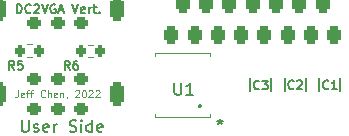
<source format=gbr>
G04 #@! TF.GenerationSoftware,KiCad,Pcbnew,(6.0.1-0)*
G04 #@! TF.CreationDate,2022-02-24T13:14:34-05:00*
G04 #@! TF.ProjectId,DC2VGA,44433256-4741-42e6-9b69-6361645f7063,1*
G04 #@! TF.SameCoordinates,Original*
G04 #@! TF.FileFunction,Legend,Top*
G04 #@! TF.FilePolarity,Positive*
%FSLAX46Y46*%
G04 Gerber Fmt 4.6, Leading zero omitted, Abs format (unit mm)*
G04 Created by KiCad (PCBNEW (6.0.1-0)) date 2022-02-24 13:14:34*
%MOMM*%
%LPD*%
G01*
G04 APERTURE LIST*
G04 Aperture macros list*
%AMRoundRect*
0 Rectangle with rounded corners*
0 $1 Rounding radius*
0 $2 $3 $4 $5 $6 $7 $8 $9 X,Y pos of 4 corners*
0 Add a 4 corners polygon primitive as box body*
4,1,4,$2,$3,$4,$5,$6,$7,$8,$9,$2,$3,0*
0 Add four circle primitives for the rounded corners*
1,1,$1+$1,$2,$3*
1,1,$1+$1,$4,$5*
1,1,$1+$1,$6,$7*
1,1,$1+$1,$8,$9*
0 Add four rect primitives between the rounded corners*
20,1,$1+$1,$2,$3,$4,$5,0*
20,1,$1+$1,$4,$5,$6,$7,0*
20,1,$1+$1,$6,$7,$8,$9,0*
20,1,$1+$1,$8,$9,$2,$3,0*%
G04 Aperture macros list end*
%ADD10C,0.150000*%
%ADD11C,0.125000*%
%ADD12C,0.187500*%
%ADD13C,0.127000*%
%ADD14C,0.120000*%
%ADD15C,0.300000*%
%ADD16C,0.100000*%
%ADD17R,1.820000X1.200000*%
%ADD18RoundRect,0.200000X0.200000X0.275000X-0.200000X0.275000X-0.200000X-0.275000X0.200000X-0.275000X0*%
%ADD19R,1.353299X0.354800*%
%ADD20RoundRect,0.262500X0.337500X0.262500X-0.337500X0.262500X-0.337500X-0.262500X0.337500X-0.262500X0*%
%ADD21RoundRect,0.312500X-0.312500X-0.687500X0.312500X-0.687500X0.312500X0.687500X-0.312500X0.687500X0*%
%ADD22R,1.524000X1.524000*%
%ADD23RoundRect,0.381000X0.381000X0.381000X-0.381000X0.381000X-0.381000X-0.381000X0.381000X-0.381000X0*%
%ADD24RoundRect,0.262500X-0.337500X-0.262500X0.337500X-0.262500X0.337500X0.262500X-0.337500X0.262500X0*%
%ADD25RoundRect,0.312500X0.312500X0.687500X-0.312500X0.687500X-0.312500X-0.687500X0.312500X-0.687500X0*%
%ADD26R,1.200000X1.524000*%
%ADD27RoundRect,0.300000X0.300000X0.462000X-0.300000X0.462000X-0.300000X-0.462000X0.300000X-0.462000X0*%
G04 APERTURE END LIST*
D10*
X126070238Y-107927380D02*
X126070238Y-108736904D01*
X126117857Y-108832142D01*
X126165476Y-108879761D01*
X126260714Y-108927380D01*
X126451190Y-108927380D01*
X126546428Y-108879761D01*
X126594047Y-108832142D01*
X126641666Y-108736904D01*
X126641666Y-107927380D01*
X127070238Y-108879761D02*
X127165476Y-108927380D01*
X127355952Y-108927380D01*
X127451190Y-108879761D01*
X127498809Y-108784523D01*
X127498809Y-108736904D01*
X127451190Y-108641666D01*
X127355952Y-108594047D01*
X127213095Y-108594047D01*
X127117857Y-108546428D01*
X127070238Y-108451190D01*
X127070238Y-108403571D01*
X127117857Y-108308333D01*
X127213095Y-108260714D01*
X127355952Y-108260714D01*
X127451190Y-108308333D01*
X128308333Y-108879761D02*
X128213095Y-108927380D01*
X128022619Y-108927380D01*
X127927380Y-108879761D01*
X127879761Y-108784523D01*
X127879761Y-108403571D01*
X127927380Y-108308333D01*
X128022619Y-108260714D01*
X128213095Y-108260714D01*
X128308333Y-108308333D01*
X128355952Y-108403571D01*
X128355952Y-108498809D01*
X127879761Y-108594047D01*
X128784523Y-108927380D02*
X128784523Y-108260714D01*
X128784523Y-108451190D02*
X128832142Y-108355952D01*
X128879761Y-108308333D01*
X128975000Y-108260714D01*
X129070238Y-108260714D01*
X130117857Y-108879761D02*
X130260714Y-108927380D01*
X130498809Y-108927380D01*
X130594047Y-108879761D01*
X130641666Y-108832142D01*
X130689285Y-108736904D01*
X130689285Y-108641666D01*
X130641666Y-108546428D01*
X130594047Y-108498809D01*
X130498809Y-108451190D01*
X130308333Y-108403571D01*
X130213095Y-108355952D01*
X130165476Y-108308333D01*
X130117857Y-108213095D01*
X130117857Y-108117857D01*
X130165476Y-108022619D01*
X130213095Y-107975000D01*
X130308333Y-107927380D01*
X130546428Y-107927380D01*
X130689285Y-107975000D01*
X131117857Y-108927380D02*
X131117857Y-108260714D01*
X131117857Y-107927380D02*
X131070238Y-107975000D01*
X131117857Y-108022619D01*
X131165476Y-107975000D01*
X131117857Y-107927380D01*
X131117857Y-108022619D01*
X132022619Y-108927380D02*
X132022619Y-107927380D01*
X132022619Y-108879761D02*
X131927380Y-108927380D01*
X131736904Y-108927380D01*
X131641666Y-108879761D01*
X131594047Y-108832142D01*
X131546428Y-108736904D01*
X131546428Y-108451190D01*
X131594047Y-108355952D01*
X131641666Y-108308333D01*
X131736904Y-108260714D01*
X131927380Y-108260714D01*
X132022619Y-108308333D01*
X132879761Y-108879761D02*
X132784523Y-108927380D01*
X132594047Y-108927380D01*
X132498809Y-108879761D01*
X132451190Y-108784523D01*
X132451190Y-108403571D01*
X132498809Y-108308333D01*
X132594047Y-108260714D01*
X132784523Y-108260714D01*
X132879761Y-108308333D01*
X132927380Y-108403571D01*
X132927380Y-108498809D01*
X132451190Y-108594047D01*
D11*
X125742857Y-105396428D02*
X125742857Y-105825000D01*
X125714285Y-105910714D01*
X125657142Y-105967857D01*
X125571428Y-105996428D01*
X125514285Y-105996428D01*
X126257142Y-105967857D02*
X126200000Y-105996428D01*
X126085714Y-105996428D01*
X126028571Y-105967857D01*
X126000000Y-105910714D01*
X126000000Y-105682142D01*
X126028571Y-105625000D01*
X126085714Y-105596428D01*
X126200000Y-105596428D01*
X126257142Y-105625000D01*
X126285714Y-105682142D01*
X126285714Y-105739285D01*
X126000000Y-105796428D01*
X126457142Y-105596428D02*
X126685714Y-105596428D01*
X126542857Y-105996428D02*
X126542857Y-105482142D01*
X126571428Y-105425000D01*
X126628571Y-105396428D01*
X126685714Y-105396428D01*
X126800000Y-105596428D02*
X127028571Y-105596428D01*
X126885714Y-105996428D02*
X126885714Y-105482142D01*
X126914285Y-105425000D01*
X126971428Y-105396428D01*
X127028571Y-105396428D01*
X128028571Y-105939285D02*
X128000000Y-105967857D01*
X127914285Y-105996428D01*
X127857142Y-105996428D01*
X127771428Y-105967857D01*
X127714285Y-105910714D01*
X127685714Y-105853571D01*
X127657142Y-105739285D01*
X127657142Y-105653571D01*
X127685714Y-105539285D01*
X127714285Y-105482142D01*
X127771428Y-105425000D01*
X127857142Y-105396428D01*
X127914285Y-105396428D01*
X128000000Y-105425000D01*
X128028571Y-105453571D01*
X128285714Y-105996428D02*
X128285714Y-105396428D01*
X128542857Y-105996428D02*
X128542857Y-105682142D01*
X128514285Y-105625000D01*
X128457142Y-105596428D01*
X128371428Y-105596428D01*
X128314285Y-105625000D01*
X128285714Y-105653571D01*
X129057142Y-105967857D02*
X129000000Y-105996428D01*
X128885714Y-105996428D01*
X128828571Y-105967857D01*
X128800000Y-105910714D01*
X128800000Y-105682142D01*
X128828571Y-105625000D01*
X128885714Y-105596428D01*
X129000000Y-105596428D01*
X129057142Y-105625000D01*
X129085714Y-105682142D01*
X129085714Y-105739285D01*
X128800000Y-105796428D01*
X129342857Y-105596428D02*
X129342857Y-105996428D01*
X129342857Y-105653571D02*
X129371428Y-105625000D01*
X129428571Y-105596428D01*
X129514285Y-105596428D01*
X129571428Y-105625000D01*
X129600000Y-105682142D01*
X129600000Y-105996428D01*
X129914285Y-105967857D02*
X129914285Y-105996428D01*
X129885714Y-106053571D01*
X129857142Y-106082142D01*
X130600000Y-105453571D02*
X130628571Y-105425000D01*
X130685714Y-105396428D01*
X130828571Y-105396428D01*
X130885714Y-105425000D01*
X130914285Y-105453571D01*
X130942857Y-105510714D01*
X130942857Y-105567857D01*
X130914285Y-105653571D01*
X130571428Y-105996428D01*
X130942857Y-105996428D01*
X131314285Y-105396428D02*
X131371428Y-105396428D01*
X131428571Y-105425000D01*
X131457142Y-105453571D01*
X131485714Y-105510714D01*
X131514285Y-105625000D01*
X131514285Y-105767857D01*
X131485714Y-105882142D01*
X131457142Y-105939285D01*
X131428571Y-105967857D01*
X131371428Y-105996428D01*
X131314285Y-105996428D01*
X131257142Y-105967857D01*
X131228571Y-105939285D01*
X131200000Y-105882142D01*
X131171428Y-105767857D01*
X131171428Y-105625000D01*
X131200000Y-105510714D01*
X131228571Y-105453571D01*
X131257142Y-105425000D01*
X131314285Y-105396428D01*
X131742857Y-105453571D02*
X131771428Y-105425000D01*
X131828571Y-105396428D01*
X131971428Y-105396428D01*
X132028571Y-105425000D01*
X132057142Y-105453571D01*
X132085714Y-105510714D01*
X132085714Y-105567857D01*
X132057142Y-105653571D01*
X131714285Y-105996428D01*
X132085714Y-105996428D01*
X132314285Y-105453571D02*
X132342857Y-105425000D01*
X132400000Y-105396428D01*
X132542857Y-105396428D01*
X132600000Y-105425000D01*
X132628571Y-105453571D01*
X132657142Y-105510714D01*
X132657142Y-105567857D01*
X132628571Y-105653571D01*
X132285714Y-105996428D01*
X132657142Y-105996428D01*
D12*
X125650000Y-98864285D02*
X125650000Y-98114285D01*
X125828571Y-98114285D01*
X125935714Y-98150000D01*
X126007142Y-98221428D01*
X126042857Y-98292857D01*
X126078571Y-98435714D01*
X126078571Y-98542857D01*
X126042857Y-98685714D01*
X126007142Y-98757142D01*
X125935714Y-98828571D01*
X125828571Y-98864285D01*
X125650000Y-98864285D01*
X126828571Y-98792857D02*
X126792857Y-98828571D01*
X126685714Y-98864285D01*
X126614285Y-98864285D01*
X126507142Y-98828571D01*
X126435714Y-98757142D01*
X126400000Y-98685714D01*
X126364285Y-98542857D01*
X126364285Y-98435714D01*
X126400000Y-98292857D01*
X126435714Y-98221428D01*
X126507142Y-98150000D01*
X126614285Y-98114285D01*
X126685714Y-98114285D01*
X126792857Y-98150000D01*
X126828571Y-98185714D01*
X127114285Y-98185714D02*
X127150000Y-98150000D01*
X127221428Y-98114285D01*
X127400000Y-98114285D01*
X127471428Y-98150000D01*
X127507142Y-98185714D01*
X127542857Y-98257142D01*
X127542857Y-98328571D01*
X127507142Y-98435714D01*
X127078571Y-98864285D01*
X127542857Y-98864285D01*
X127757142Y-98114285D02*
X128007142Y-98864285D01*
X128257142Y-98114285D01*
X128900000Y-98150000D02*
X128828571Y-98114285D01*
X128721428Y-98114285D01*
X128614285Y-98150000D01*
X128542857Y-98221428D01*
X128507142Y-98292857D01*
X128471428Y-98435714D01*
X128471428Y-98542857D01*
X128507142Y-98685714D01*
X128542857Y-98757142D01*
X128614285Y-98828571D01*
X128721428Y-98864285D01*
X128792857Y-98864285D01*
X128900000Y-98828571D01*
X128935714Y-98792857D01*
X128935714Y-98542857D01*
X128792857Y-98542857D01*
X129221428Y-98650000D02*
X129578571Y-98650000D01*
X129150000Y-98864285D02*
X129400000Y-98114285D01*
X129650000Y-98864285D01*
X130364285Y-98114285D02*
X130614285Y-98864285D01*
X130864285Y-98114285D01*
X131400000Y-98828571D02*
X131328571Y-98864285D01*
X131185714Y-98864285D01*
X131114285Y-98828571D01*
X131078571Y-98757142D01*
X131078571Y-98471428D01*
X131114285Y-98400000D01*
X131185714Y-98364285D01*
X131328571Y-98364285D01*
X131400000Y-98400000D01*
X131435714Y-98471428D01*
X131435714Y-98542857D01*
X131078571Y-98614285D01*
X131757142Y-98864285D02*
X131757142Y-98364285D01*
X131757142Y-98507142D02*
X131792857Y-98435714D01*
X131828571Y-98400000D01*
X131900000Y-98364285D01*
X131971428Y-98364285D01*
X132114285Y-98364285D02*
X132400000Y-98364285D01*
X132221428Y-98114285D02*
X132221428Y-98757142D01*
X132257142Y-98828571D01*
X132328571Y-98864285D01*
X132400000Y-98864285D01*
X132650000Y-98792857D02*
X132685714Y-98828571D01*
X132650000Y-98864285D01*
X132614285Y-98828571D01*
X132650000Y-98792857D01*
X132650000Y-98864285D01*
D10*
X149085000Y-105247857D02*
X149049285Y-105283571D01*
X148942142Y-105319285D01*
X148870714Y-105319285D01*
X148763571Y-105283571D01*
X148692142Y-105212142D01*
X148656428Y-105140714D01*
X148620714Y-104997857D01*
X148620714Y-104890714D01*
X148656428Y-104747857D01*
X148692142Y-104676428D01*
X148763571Y-104605000D01*
X148870714Y-104569285D01*
X148942142Y-104569285D01*
X149049285Y-104605000D01*
X149085000Y-104640714D01*
X149370714Y-104640714D02*
X149406428Y-104605000D01*
X149477857Y-104569285D01*
X149656428Y-104569285D01*
X149727857Y-104605000D01*
X149763571Y-104640714D01*
X149799285Y-104712142D01*
X149799285Y-104783571D01*
X149763571Y-104890714D01*
X149335000Y-105319285D01*
X149799285Y-105319285D01*
X125435000Y-103659285D02*
X125185000Y-103302142D01*
X125006428Y-103659285D02*
X125006428Y-102909285D01*
X125292142Y-102909285D01*
X125363571Y-102945000D01*
X125399285Y-102980714D01*
X125435000Y-103052142D01*
X125435000Y-103159285D01*
X125399285Y-103230714D01*
X125363571Y-103266428D01*
X125292142Y-103302142D01*
X125006428Y-103302142D01*
X126113571Y-102909285D02*
X125756428Y-102909285D01*
X125720714Y-103266428D01*
X125756428Y-103230714D01*
X125827857Y-103195000D01*
X126006428Y-103195000D01*
X126077857Y-103230714D01*
X126113571Y-103266428D01*
X126149285Y-103337857D01*
X126149285Y-103516428D01*
X126113571Y-103587857D01*
X126077857Y-103623571D01*
X126006428Y-103659285D01*
X125827857Y-103659285D01*
X125756428Y-103623571D01*
X125720714Y-103587857D01*
X152035000Y-105247857D02*
X151999285Y-105283571D01*
X151892142Y-105319285D01*
X151820714Y-105319285D01*
X151713571Y-105283571D01*
X151642142Y-105212142D01*
X151606428Y-105140714D01*
X151570714Y-104997857D01*
X151570714Y-104890714D01*
X151606428Y-104747857D01*
X151642142Y-104676428D01*
X151713571Y-104605000D01*
X151820714Y-104569285D01*
X151892142Y-104569285D01*
X151999285Y-104605000D01*
X152035000Y-104640714D01*
X152749285Y-105319285D02*
X152320714Y-105319285D01*
X152535000Y-105319285D02*
X152535000Y-104569285D01*
X152463571Y-104676428D01*
X152392142Y-104747857D01*
X152320714Y-104783571D01*
X130135000Y-103659285D02*
X129885000Y-103302142D01*
X129706428Y-103659285D02*
X129706428Y-102909285D01*
X129992142Y-102909285D01*
X130063571Y-102945000D01*
X130099285Y-102980714D01*
X130135000Y-103052142D01*
X130135000Y-103159285D01*
X130099285Y-103230714D01*
X130063571Y-103266428D01*
X129992142Y-103302142D01*
X129706428Y-103302142D01*
X130777857Y-102909285D02*
X130635000Y-102909285D01*
X130563571Y-102945000D01*
X130527857Y-102980714D01*
X130456428Y-103087857D01*
X130420714Y-103230714D01*
X130420714Y-103516428D01*
X130456428Y-103587857D01*
X130492142Y-103623571D01*
X130563571Y-103659285D01*
X130706428Y-103659285D01*
X130777857Y-103623571D01*
X130813571Y-103587857D01*
X130849285Y-103516428D01*
X130849285Y-103337857D01*
X130813571Y-103266428D01*
X130777857Y-103230714D01*
X130706428Y-103195000D01*
X130563571Y-103195000D01*
X130492142Y-103230714D01*
X130456428Y-103266428D01*
X130420714Y-103337857D01*
X138998095Y-104782380D02*
X138998095Y-105591904D01*
X139045714Y-105687142D01*
X139093333Y-105734761D01*
X139188571Y-105782380D01*
X139379047Y-105782380D01*
X139474285Y-105734761D01*
X139521904Y-105687142D01*
X139569523Y-105591904D01*
X139569523Y-104782380D01*
X140569523Y-105782380D02*
X139998095Y-105782380D01*
X140283809Y-105782380D02*
X140283809Y-104782380D01*
X140188571Y-104925238D01*
X140093333Y-105020476D01*
X139998095Y-105068095D01*
X142837750Y-107870180D02*
X142837750Y-108108276D01*
X142599654Y-108013038D02*
X142837750Y-108108276D01*
X143075845Y-108013038D01*
X142694892Y-108298752D02*
X142837750Y-108108276D01*
X142980607Y-108298752D01*
X142837750Y-107870180D02*
X142837750Y-108108276D01*
X142599654Y-108013038D02*
X142837750Y-108108276D01*
X143075845Y-108013038D01*
X142694892Y-108298752D02*
X142837750Y-108108276D01*
X142980607Y-108298752D01*
X146175000Y-105257857D02*
X146139285Y-105293571D01*
X146032142Y-105329285D01*
X145960714Y-105329285D01*
X145853571Y-105293571D01*
X145782142Y-105222142D01*
X145746428Y-105150714D01*
X145710714Y-105007857D01*
X145710714Y-104900714D01*
X145746428Y-104757857D01*
X145782142Y-104686428D01*
X145853571Y-104615000D01*
X145960714Y-104579285D01*
X146032142Y-104579285D01*
X146139285Y-104615000D01*
X146175000Y-104650714D01*
X146425000Y-104579285D02*
X146889285Y-104579285D01*
X146639285Y-104865000D01*
X146746428Y-104865000D01*
X146817857Y-104900714D01*
X146853571Y-104936428D01*
X146889285Y-105007857D01*
X146889285Y-105186428D01*
X146853571Y-105257857D01*
X146817857Y-105293571D01*
X146746428Y-105329285D01*
X146532142Y-105329285D01*
X146460714Y-105293571D01*
X146425000Y-105257857D01*
D13*
X150120000Y-104390000D02*
X150120000Y-105470000D01*
X148320000Y-104390000D02*
X148320000Y-105470000D01*
D14*
X126977258Y-102562500D02*
X126502742Y-102562500D01*
X126977258Y-101517500D02*
X126502742Y-101517500D01*
D13*
X151250000Y-104400000D02*
X151250000Y-105480000D01*
X153050000Y-104400000D02*
X153050000Y-105480000D01*
D14*
X132117258Y-101537500D02*
X131642742Y-101537500D01*
X132117258Y-102582500D02*
X131642742Y-102582500D01*
X142034100Y-102290300D02*
X137385900Y-102290300D01*
X137385900Y-107649700D02*
X142034100Y-107649700D01*
X137385900Y-107430139D02*
X137385900Y-107649700D01*
X142034100Y-107649700D02*
X142034100Y-107430141D01*
X142034100Y-102509861D02*
X142034100Y-102290300D01*
X137385900Y-102290300D02*
X137385900Y-102509859D01*
D15*
X141173852Y-106720000D02*
G75*
G03*
X141173852Y-106720000I-53852J0D01*
G01*
D13*
X147180000Y-104400000D02*
X147180000Y-105480000D01*
X145380000Y-104400000D02*
X145380000Y-105480000D01*
%LPC*%
D16*
X134300000Y-95310000D02*
X136090000Y-95310000D01*
X136090000Y-95310000D02*
X136090000Y-99720000D01*
X136090000Y-99720000D02*
X134300000Y-99720000D01*
X134300000Y-99720000D02*
X134300000Y-95310000D01*
G36*
X134300000Y-95310000D02*
G01*
X136090000Y-95310000D01*
X136090000Y-99720000D01*
X134300000Y-99720000D01*
X134300000Y-95310000D01*
G37*
D17*
X149220000Y-103470000D03*
X149220000Y-106390000D03*
D18*
X127565000Y-102040000D03*
X125915000Y-102040000D03*
D17*
X152150000Y-103480000D03*
X152150000Y-106400000D03*
D18*
X132705000Y-102060000D03*
X131055000Y-102060000D03*
D19*
X142583748Y-106920001D03*
X142583748Y-106270000D03*
X142583748Y-105619999D03*
X142583748Y-104970000D03*
X142583748Y-104320001D03*
X142583748Y-103670000D03*
X142583748Y-103020001D03*
X136836252Y-103019999D03*
X136836252Y-103670000D03*
X136836252Y-104319999D03*
X136836252Y-104970000D03*
X136836252Y-105619999D03*
X136836252Y-106270000D03*
X136836252Y-106919999D03*
D17*
X146280000Y-103480000D03*
X146280000Y-106400000D03*
D20*
X131120000Y-104470000D03*
X129120000Y-104470000D03*
X127120000Y-104470000D03*
X131120000Y-106970000D03*
X129120000Y-106970000D03*
X127120000Y-106970000D03*
D21*
X134120000Y-105720000D03*
X124120000Y-105720000D03*
D22*
X151731634Y-110398008D03*
D23*
X149191634Y-110398008D03*
X146651634Y-110398008D03*
X131411634Y-110398008D03*
X128871634Y-110398008D03*
X139031634Y-110398008D03*
X136491634Y-110398008D03*
X126331634Y-110398008D03*
X144111634Y-110398008D03*
X133951634Y-110398008D03*
X141571634Y-110398008D03*
D24*
X127120000Y-99750000D03*
X129120000Y-99750000D03*
X131120000Y-99750000D03*
X127120000Y-97250000D03*
X129120000Y-97250000D03*
X131120000Y-97250000D03*
D25*
X124120000Y-98500000D03*
X134120000Y-98500000D03*
D26*
X137746684Y-98103008D03*
D27*
X138726684Y-100703008D03*
X139716684Y-98103008D03*
X140696684Y-100703008D03*
X141686684Y-98103008D03*
X142666684Y-100703008D03*
X143656684Y-98103008D03*
X144636684Y-100703008D03*
X145626684Y-98103008D03*
X146606684Y-100703008D03*
X147596684Y-98103008D03*
X148576684Y-100703008D03*
X149566684Y-98103008D03*
X150546684Y-100703008D03*
X151536684Y-98103008D03*
X152516684Y-100703008D03*
M02*

</source>
